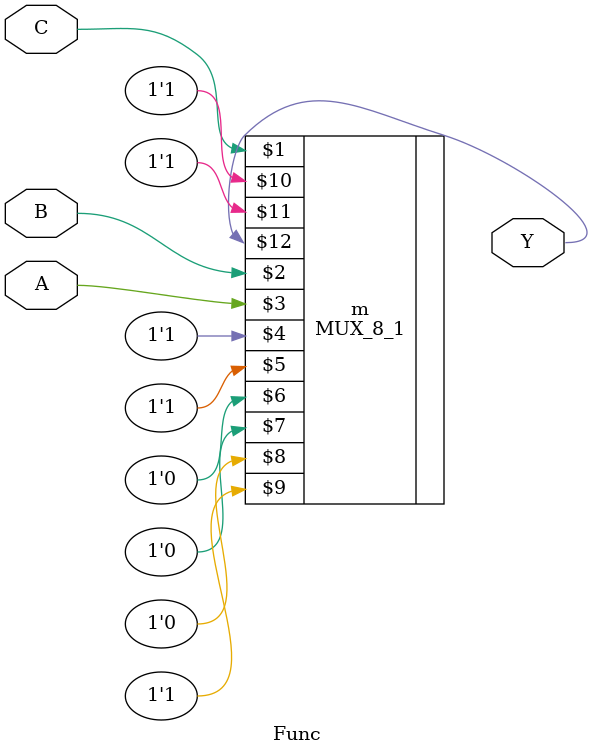
<source format=v>
`timescale 1ns / 1ps


module Func(
input A, B, C,
output Y
    );
    MUX_8_1 m(C, B, A, 1'b1, 1'b1, 1'b0, 1'b0, 1'b0, 1'b1, 1'b1, 1'b1, Y);
endmodule

</source>
